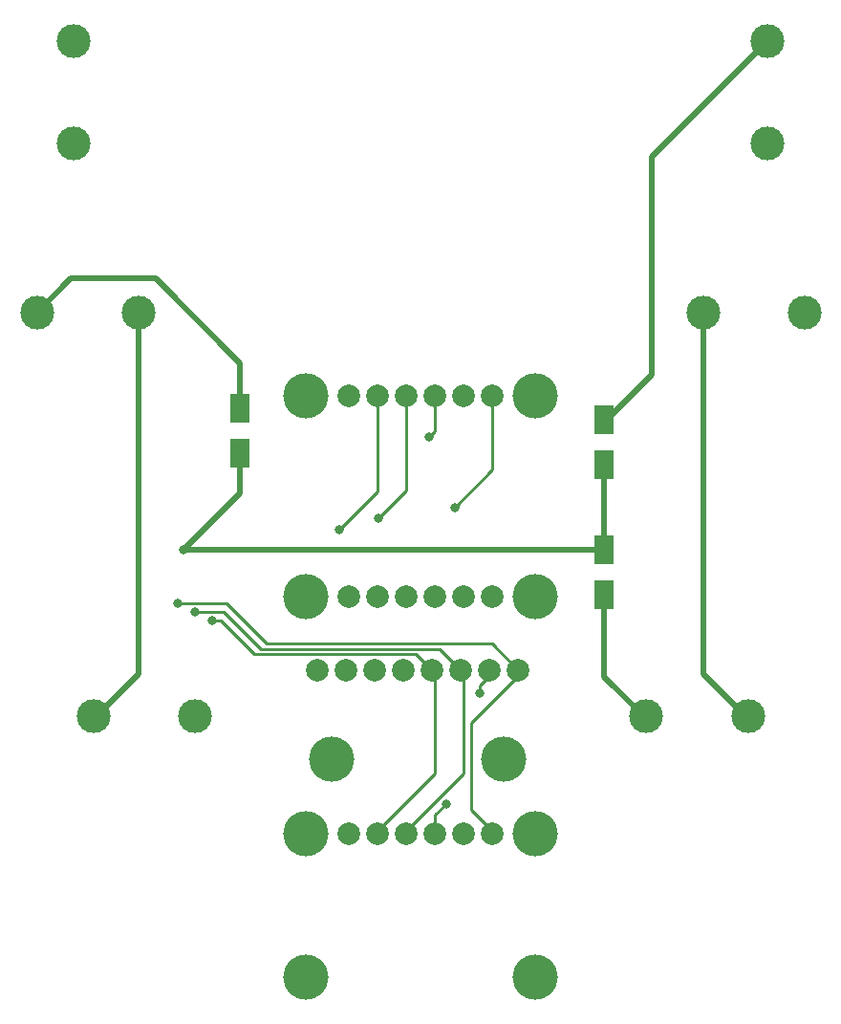
<source format=gbr>
%TF.GenerationSoftware,KiCad,Pcbnew,(5.1.10)-1*%
%TF.CreationDate,2022-05-08T17:07:42-07:00*%
%TF.ProjectId,solar-panel-side+XY,736f6c61-722d-4706-916e-656c2d736964,1.0*%
%TF.SameCoordinates,Original*%
%TF.FileFunction,Copper,L1,Top*%
%TF.FilePolarity,Positive*%
%FSLAX46Y46*%
G04 Gerber Fmt 4.6, Leading zero omitted, Abs format (unit mm)*
G04 Created by KiCad (PCBNEW (5.1.10)-1) date 2022-05-08 17:07:42*
%MOMM*%
%LPD*%
G01*
G04 APERTURE LIST*
%TA.AperFunction,SMDPad,CuDef*%
%ADD10R,1.700000X2.500000*%
%TD*%
%TA.AperFunction,SMDPad,CuDef*%
%ADD11C,4.000000*%
%TD*%
%TA.AperFunction,SMDPad,CuDef*%
%ADD12C,2.000000*%
%TD*%
%TA.AperFunction,ComponentPad*%
%ADD13C,3.000000*%
%TD*%
%TA.AperFunction,ViaPad*%
%ADD14C,0.800000*%
%TD*%
%TA.AperFunction,Conductor*%
%ADD15C,0.250000*%
%TD*%
%TA.AperFunction,Conductor*%
%ADD16C,0.500000*%
%TD*%
G04 APERTURE END LIST*
D10*
%TO.P,D3,2*%
%TO.N,Net-(D3-Pad2)*%
X157750000Y-90000000D03*
%TO.P,D3,1*%
%TO.N,VSOLAR*%
X157750000Y-94000000D03*
%TD*%
%TO.P,D2,2*%
%TO.N,Net-(D2-Pad2)*%
X157750000Y-105500000D03*
%TO.P,D2,1*%
%TO.N,VSOLAR*%
X157750000Y-101500000D03*
%TD*%
%TO.P,D1,2*%
%TO.N,Net-(D1-Pad2)*%
X125500000Y-89000000D03*
%TO.P,D1,1*%
%TO.N,VSOLAR*%
X125500000Y-93000000D03*
%TD*%
D11*
%TO.P,U3,9*%
%TO.N,Net-(U3-Pad9)*%
X148870000Y-120060000D03*
%TO.P,U3,10*%
%TO.N,Net-(U3-Pad10)*%
X133630000Y-120060000D03*
D12*
%TO.P,U3,3*%
%TO.N,SCL*%
X145060000Y-112186000D03*
%TO.P,U3,4*%
%TO.N,SDA*%
X142520000Y-112186000D03*
%TO.P,U3,1*%
%TO.N,+3V3*%
X150140000Y-112186000D03*
%TO.P,U3,2*%
%TO.N,GND*%
X147600000Y-112186000D03*
%TO.P,U3,8*%
%TO.N,Net-(U3-Pad8)*%
X132360000Y-112186000D03*
%TO.P,U3,7*%
%TO.N,Net-(U3-Pad7)*%
X134900000Y-112186000D03*
%TO.P,U3,6*%
%TO.N,Net-(U3-Pad6)*%
X137440000Y-112186000D03*
%TO.P,U3,5*%
%TO.N,Net-(U3-Pad5)*%
X139980000Y-112186000D03*
%TD*%
%TO.P,U2,11*%
%TO.N,Net-(U2-Pad11)*%
X137690000Y-105640000D03*
%TO.P,U2,12*%
%TO.N,Net-(U2-Pad12)*%
X135150000Y-105640000D03*
D11*
%TO.P,U2,16*%
%TO.N,Net-(U2-Pad16)*%
X131340000Y-105640000D03*
D12*
%TO.P,U2,7*%
%TO.N,Net-(U2-Pad7)*%
X147850000Y-105640000D03*
D11*
%TO.P,U2,15*%
%TO.N,Net-(U2-Pad15)*%
X151660000Y-105640000D03*
D12*
%TO.P,U2,8*%
%TO.N,Net-(U2-Pad8)*%
X145310000Y-105640000D03*
%TO.P,U2,9*%
%TO.N,Net-(U2-Pad9)*%
X142770000Y-105640000D03*
%TO.P,U2,10*%
%TO.N,Net-(U2-Pad10)*%
X140230000Y-105640000D03*
D11*
%TO.P,U2,13*%
%TO.N,Net-(U2-Pad13)*%
X151660000Y-87860000D03*
D12*
%TO.P,U2,2*%
%TO.N,Net-(U2-Pad2)*%
X145310000Y-87860000D03*
%TO.P,U2,3*%
%TO.N,GND*%
X142770000Y-87860000D03*
%TO.P,U2,1*%
%TO.N,+3V3*%
X147850000Y-87860000D03*
%TO.P,U2,6*%
%TO.N,Net-(U2-Pad6)*%
X135150000Y-87860000D03*
%TO.P,U2,5*%
%TO.N,SDA*%
X137690000Y-87860000D03*
%TO.P,U2,4*%
%TO.N,SCL*%
X140230000Y-87860000D03*
D11*
%TO.P,U2,14*%
%TO.N,Net-(U2-Pad14)*%
X131340000Y-87860000D03*
%TD*%
%TO.P,U1,7*%
%TO.N,Net-(U1-Pad7)*%
X151660000Y-139350000D03*
%TO.P,U1,8*%
%TO.N,Net-(U1-Pad8)*%
X131340000Y-139350000D03*
%TO.P,U1,9*%
%TO.N,Net-(U1-Pad9)*%
X151660000Y-126650000D03*
D12*
%TO.P,U1,2*%
%TO.N,Net-(U1-Pad2)*%
X145310000Y-126650000D03*
%TO.P,U1,3*%
%TO.N,GND*%
X142770000Y-126650000D03*
%TO.P,U1,1*%
%TO.N,+3V3*%
X147850000Y-126650000D03*
%TO.P,U1,6*%
%TO.N,Net-(U1-Pad6)*%
X135150000Y-126650000D03*
%TO.P,U1,5*%
%TO.N,SDA*%
X137690000Y-126650000D03*
%TO.P,U1,4*%
%TO.N,SCL*%
X140230000Y-126650000D03*
D11*
%TO.P,U1,10*%
%TO.N,Net-(U1-Pad10)*%
X131340000Y-126650000D03*
%TD*%
D13*
%TO.P,SC6,2*%
%TO.N,GND*%
X110750000Y-56500000D03*
%TO.P,SC6,1*%
%TO.N,Net-(SC5-Pad2)*%
X110750000Y-65500000D03*
%TD*%
%TO.P,SC5,2*%
%TO.N,Net-(SC5-Pad2)*%
X172250000Y-65500000D03*
%TO.P,SC5,1*%
%TO.N,Net-(D3-Pad2)*%
X172250000Y-56500000D03*
%TD*%
%TO.P,SC4,2*%
%TO.N,GND*%
X175500000Y-80500000D03*
%TO.P,SC4,1*%
%TO.N,Net-(SC3-Pad2)*%
X166500000Y-80500000D03*
%TD*%
%TO.P,SC3,2*%
%TO.N,Net-(SC3-Pad2)*%
X170500000Y-116250000D03*
%TO.P,SC3,1*%
%TO.N,Net-(D2-Pad2)*%
X161500000Y-116250000D03*
%TD*%
%TO.P,SC2,2*%
%TO.N,GND*%
X121500000Y-116250000D03*
%TO.P,SC2,1*%
%TO.N,Net-(SC1-Pad2)*%
X112500000Y-116250000D03*
%TD*%
%TO.P,SC1,2*%
%TO.N,Net-(SC1-Pad2)*%
X116500000Y-80500000D03*
%TO.P,SC1,1*%
%TO.N,Net-(D1-Pad2)*%
X107500000Y-80500000D03*
%TD*%
D14*
%TO.N,GND*%
X142250000Y-91500000D03*
X146750000Y-114250000D03*
X143750000Y-124000000D03*
%TO.N,+3V3*%
X144500000Y-97750000D03*
X120000000Y-106250000D03*
%TO.N,VSOLAR*%
X120500000Y-101500000D03*
%TO.N,SDA*%
X134250000Y-99750000D03*
X123000000Y-107750000D03*
%TO.N,SCL*%
X137750000Y-98750000D03*
X121500000Y-107000000D03*
%TD*%
D15*
%TO.N,GND*%
X142770000Y-88860000D02*
X142770000Y-90980000D01*
X142770000Y-90980000D02*
X142250000Y-91500000D01*
X142250000Y-91500000D02*
X142250000Y-91500000D01*
X147850000Y-112436000D02*
X146750000Y-113536000D01*
X146750000Y-113536000D02*
X146750000Y-114250000D01*
X146750000Y-114250000D02*
X146750000Y-114250000D01*
X142770000Y-126400000D02*
X142770000Y-124980000D01*
X142770000Y-124980000D02*
X143750000Y-124000000D01*
X143750000Y-124000000D02*
X143750000Y-124000000D01*
%TO.N,+3V3*%
X150390000Y-112436000D02*
X146076000Y-116750000D01*
X147850000Y-126400000D02*
X146000000Y-124550000D01*
X146000000Y-116826000D02*
X146076000Y-116750000D01*
X146000000Y-124550000D02*
X146000000Y-116826000D01*
X147850000Y-94400000D02*
X144500000Y-97750000D01*
X147850000Y-88860000D02*
X147850000Y-94400000D01*
X150390000Y-112436000D02*
X147803980Y-109849980D01*
X147803980Y-109849980D02*
X127849980Y-109849980D01*
X124250000Y-106250000D02*
X120000000Y-106250000D01*
X127849980Y-109849980D02*
X124250000Y-106250000D01*
D16*
%TO.N,VSOLAR*%
X157750000Y-94250000D02*
X157750000Y-101500000D01*
X157750000Y-101500000D02*
X120500000Y-101500000D01*
X125500000Y-96500000D02*
X120500000Y-101500000D01*
X125500000Y-93000000D02*
X125500000Y-96500000D01*
%TO.N,Net-(SC1-Pad2)*%
X116500000Y-112500000D02*
X112750000Y-116250000D01*
X116500000Y-80500000D02*
X116500000Y-112500000D01*
%TO.N,Net-(SC3-Pad2)*%
X166500000Y-112500000D02*
X170250000Y-116250000D01*
X166500000Y-80500000D02*
X166500000Y-112500000D01*
%TO.N,Net-(D1-Pad2)*%
X110500000Y-77500000D02*
X107500000Y-80500000D01*
X118000000Y-77500000D02*
X110500000Y-77500000D01*
X125500000Y-85000000D02*
X125500000Y-89000000D01*
X118000000Y-77500000D02*
X125500000Y-85000000D01*
%TO.N,Net-(D2-Pad2)*%
X157750000Y-112750000D02*
X161250000Y-116250000D01*
X157750000Y-105500000D02*
X157750000Y-112750000D01*
D15*
%TO.N,SDA*%
X142770000Y-121320000D02*
X137690000Y-126400000D01*
X142770000Y-112436000D02*
X142770000Y-121320000D01*
X137690000Y-96310000D02*
X134250000Y-99750000D01*
X137690000Y-88860000D02*
X137690000Y-96310000D01*
X142770000Y-112436000D02*
X141084000Y-110750000D01*
X141084000Y-110750000D02*
X126749998Y-110750000D01*
X126749998Y-110750000D02*
X126749998Y-110749998D01*
X123750000Y-107750000D02*
X123250000Y-107750000D01*
X126749998Y-110749998D02*
X123750000Y-107750000D01*
%TO.N,SCL*%
X140230000Y-96270000D02*
X137750000Y-98750000D01*
X140230000Y-88860000D02*
X140230000Y-96270000D01*
X121500001Y-106999999D02*
X121500000Y-107000000D01*
X124072999Y-106999999D02*
X121500001Y-106999999D01*
X127372990Y-110299990D02*
X124072999Y-106999999D01*
X143173990Y-110299990D02*
X127372990Y-110299990D01*
X145310000Y-112436000D02*
X143173990Y-110299990D01*
X145310000Y-121320000D02*
X145310000Y-112436000D01*
X140230000Y-126400000D02*
X145310000Y-121320000D01*
D16*
%TO.N,Net-(D3-Pad2)*%
X162000000Y-66750000D02*
X172250000Y-56500000D01*
X162000000Y-86000000D02*
X162000000Y-66750000D01*
X157750000Y-90250000D02*
X162000000Y-86000000D01*
%TD*%
M02*

</source>
